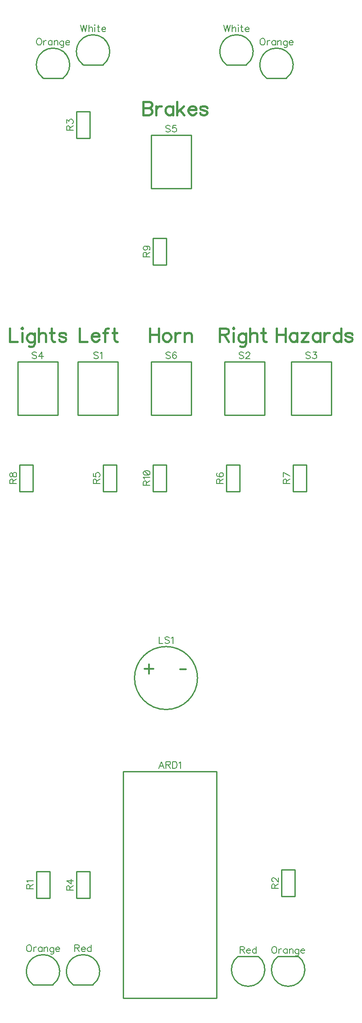
<source format=gbr>
G04 DipTrace 3.3.1.3*
G04 TopSilk.gbr*
%MOIN*%
G04 #@! TF.FileFunction,Legend,Top*
G04 #@! TF.Part,Single*
%ADD10C,0.009843*%
%ADD48C,0.00772*%
%ADD49C,0.015439*%
%ADD50C,0.012351*%
%FSLAX26Y26*%
G04*
G70*
G90*
G75*
G01*
G04 TopSilk*
%LPD*%
X1768700Y468760D2*
D10*
X2468700D1*
Y2168699D1*
X1768700D1*
Y468760D1*
X1243638Y568707D2*
X1093762D1*
X1243938Y568932D2*
G03X1093462Y568932I-75238J99796D01*
G01*
X1318638Y7368707D2*
X1168762D1*
X1318938Y7368932D2*
G03X1168462Y7368932I-75238J99796D01*
G01*
X2931262Y781193D2*
X3081138D1*
X2930962Y780968D2*
G03X3081438Y780968I75238J-99796D01*
G01*
X2993638Y7368707D2*
X2843762D1*
X2993938Y7368932D2*
G03X2843462Y7368932I-75238J99796D01*
G01*
X1618638Y7468707D2*
X1468762D1*
X1618938Y7468932D2*
G03X1468462Y7468932I-75238J99796D01*
G01*
X2693638Y7468707D2*
X2543762D1*
X2693938Y7468932D2*
G03X2543462Y7468932I-75238J99796D01*
G01*
X1543638Y568707D2*
X1393762D1*
X1543938Y568932D2*
G03X1393462Y568932I-75238J99796D01*
G01*
X2631262Y781193D2*
X2781138D1*
X2630962Y780968D2*
G03X2781438Y780968I75238J-99796D01*
G01*
X1854527Y2868700D2*
G02X1854527Y2868700I236220J0D01*
G01*
X1218700Y1418520D2*
Y1218880D1*
X1118700D2*
X1218700D1*
X1118700Y1418520D2*
Y1218880D1*
Y1418520D2*
X1218700D1*
X3056200Y1431020D2*
Y1231380D1*
X2956200D2*
X3056200D1*
X2956200Y1431020D2*
Y1231380D1*
Y1431020D2*
X3056200D1*
X1418700Y6918880D2*
Y7118520D1*
X1518700D2*
X1418700D1*
X1518700Y6918880D2*
Y7118520D1*
Y6918880D2*
X1418700D1*
X1518700Y1418520D2*
Y1218880D1*
X1418700D2*
X1518700D1*
X1418700Y1418520D2*
Y1218880D1*
Y1418520D2*
X1518700D1*
X1618700Y4268880D2*
Y4468520D1*
X1718700D2*
X1618700D1*
X1718700Y4268880D2*
Y4468520D1*
Y4268880D2*
X1618700D1*
X2543700D2*
Y4468520D1*
X2643700D2*
X2543700D1*
X2643700Y4268880D2*
Y4468520D1*
Y4268880D2*
X2543700D1*
X3043700D2*
Y4468520D1*
X3143700D2*
X3043700D1*
X3143700Y4268880D2*
Y4468520D1*
Y4268880D2*
X3043700D1*
X993700D2*
Y4468520D1*
X1093700D2*
X993700D1*
X1093700Y4268880D2*
Y4468520D1*
Y4268880D2*
X993700D1*
X1993700Y5968880D2*
Y6168520D1*
X2093700D2*
X1993700D1*
X2093700Y5968880D2*
Y6168520D1*
Y5968880D2*
X1993700D1*
Y4268880D2*
Y4468520D1*
X2093700D2*
X1993700D1*
X2093700Y4268880D2*
Y4468520D1*
Y4268880D2*
X1993700D1*
X1430100Y5240747D2*
X1730100D1*
Y4840747D1*
X1430100D1*
Y5240747D1*
X2530100D2*
X2830100D1*
Y4840747D1*
X2530100D1*
Y5240747D1*
X3030100D2*
X3330100D1*
Y4840747D1*
X3030100D1*
Y5240747D1*
X980100D2*
X1280100D1*
Y4840747D1*
X980100D1*
Y5240747D1*
X1980100Y6940747D2*
X2280100D1*
Y6540747D1*
X1980100D1*
Y6940747D1*
Y5240747D2*
X2280100D1*
Y4840747D1*
X1980100D1*
Y5240747D1*
X2075202Y2191682D2*
D48*
X2056023Y2241922D1*
X2036900Y2191682D1*
X2044085Y2208429D2*
X2068017D1*
X2090641Y2217991D2*
X2112141D1*
X2119326Y2220423D1*
X2121758Y2222799D1*
X2124135Y2227552D1*
Y2232361D1*
X2121758Y2237114D1*
X2119326Y2239546D1*
X2112141Y2241922D1*
X2090641D1*
Y2191682D1*
X2107388Y2217991D2*
X2124135Y2191682D1*
X2139574Y2241922D2*
Y2191682D1*
X2156320D1*
X2163505Y2194114D1*
X2168314Y2198867D1*
X2170691Y2203676D1*
X2173067Y2210806D1*
Y2222799D1*
X2170691Y2229984D1*
X2168314Y2234737D1*
X2163505Y2239546D1*
X2156320Y2241922D1*
X2139574D1*
X2188506Y2232306D2*
X2193315Y2234737D1*
X2200500Y2241867D1*
Y2191682D1*
X1059578Y866930D2*
X1054770Y864553D1*
X1050016Y859745D1*
X1047584Y854991D1*
X1045208Y847806D1*
Y835813D1*
X1047584Y828683D1*
X1050016Y823875D1*
X1054770Y819121D1*
X1059578Y816690D1*
X1069140D1*
X1073893Y819121D1*
X1078701Y823875D1*
X1081078Y828683D1*
X1083454Y835813D1*
Y847806D1*
X1081078Y854991D1*
X1078701Y859745D1*
X1073893Y864553D1*
X1069140Y866930D1*
X1059578D1*
X1098894Y850183D2*
Y816690D1*
Y835813D2*
X1101326Y842998D1*
X1106079Y847806D1*
X1110887Y850183D1*
X1118072D1*
X1162196D2*
Y816690D1*
Y842998D2*
X1157443Y847806D1*
X1152635Y850183D1*
X1145505D1*
X1140696Y847806D1*
X1135943Y842998D1*
X1133511Y835813D1*
Y831060D1*
X1135943Y823875D1*
X1140696Y819121D1*
X1145505Y816690D1*
X1152635D1*
X1157443Y819121D1*
X1162196Y823875D1*
X1177636Y850183D2*
Y816690D1*
Y840621D2*
X1184821Y847806D1*
X1189629Y850183D1*
X1196759D1*
X1201567Y847806D1*
X1203944Y840621D1*
Y816690D1*
X1248068Y847806D2*
Y809505D1*
X1245691Y802375D1*
X1243315Y799943D1*
X1238506Y797566D1*
X1231321D1*
X1226568Y799943D1*
X1248068Y840621D2*
X1243315Y845375D1*
X1238506Y847806D1*
X1231321D1*
X1226568Y845375D1*
X1221760Y840621D1*
X1219383Y833436D1*
Y828628D1*
X1221760Y821498D1*
X1226568Y816690D1*
X1231321Y814313D1*
X1238506D1*
X1243315Y816690D1*
X1248068Y821498D1*
X1263507Y835813D2*
X1292192D1*
Y840621D1*
X1289816Y845430D1*
X1287439Y847806D1*
X1282630Y850183D1*
X1275445D1*
X1270692Y847806D1*
X1265884Y842998D1*
X1263507Y835813D1*
Y831060D1*
X1265884Y823875D1*
X1270692Y819121D1*
X1275445Y816690D1*
X1282630D1*
X1287439Y819121D1*
X1292192Y823875D1*
X1134578Y7666930D2*
X1129770Y7664553D1*
X1125016Y7659745D1*
X1122584Y7654991D1*
X1120208Y7647806D1*
Y7635813D1*
X1122584Y7628683D1*
X1125016Y7623875D1*
X1129770Y7619121D1*
X1134578Y7616690D1*
X1144140D1*
X1148893Y7619121D1*
X1153701Y7623875D1*
X1156078Y7628683D1*
X1158454Y7635813D1*
Y7647806D1*
X1156078Y7654991D1*
X1153701Y7659745D1*
X1148893Y7664553D1*
X1144140Y7666930D1*
X1134578D1*
X1173894Y7650183D2*
Y7616690D1*
Y7635813D2*
X1176326Y7642998D1*
X1181079Y7647806D1*
X1185887Y7650183D1*
X1193072D1*
X1237196D2*
Y7616690D1*
Y7642998D2*
X1232443Y7647806D1*
X1227635Y7650183D1*
X1220505D1*
X1215696Y7647806D1*
X1210943Y7642998D1*
X1208511Y7635813D1*
Y7631060D1*
X1210943Y7623875D1*
X1215696Y7619121D1*
X1220505Y7616690D1*
X1227635D1*
X1232443Y7619121D1*
X1237196Y7623875D1*
X1252636Y7650183D2*
Y7616690D1*
Y7640621D2*
X1259821Y7647806D1*
X1264629Y7650183D1*
X1271759D1*
X1276567Y7647806D1*
X1278944Y7640621D1*
Y7616690D1*
X1323068Y7647806D2*
Y7609505D1*
X1320691Y7602375D1*
X1318315Y7599943D1*
X1313506Y7597566D1*
X1306321D1*
X1301568Y7599943D1*
X1323068Y7640621D2*
X1318315Y7645375D1*
X1313506Y7647806D1*
X1306321D1*
X1301568Y7645375D1*
X1296760Y7640621D1*
X1294383Y7633436D1*
Y7628628D1*
X1296760Y7621498D1*
X1301568Y7616690D1*
X1306321Y7614313D1*
X1313506D1*
X1318315Y7616690D1*
X1323068Y7621498D1*
X1338507Y7635813D2*
X1367192D1*
Y7640621D1*
X1364816Y7645430D1*
X1362439Y7647806D1*
X1357630Y7650183D1*
X1350445D1*
X1345692Y7647806D1*
X1340884Y7642998D1*
X1338507Y7635813D1*
Y7631060D1*
X1340884Y7623875D1*
X1345692Y7619121D1*
X1350445Y7616690D1*
X1357630D1*
X1362439Y7619121D1*
X1367192Y7623875D1*
X2897078Y854417D2*
X2892270Y852040D1*
X2887516Y847231D1*
X2885084Y842478D1*
X2882708Y835293D1*
Y823300D1*
X2885084Y816170D1*
X2887516Y811362D1*
X2892270Y806608D1*
X2897078Y804177D1*
X2906640D1*
X2911393Y806608D1*
X2916201Y811362D1*
X2918578Y816170D1*
X2920954Y823300D1*
Y835293D1*
X2918578Y842478D1*
X2916201Y847231D1*
X2911393Y852040D1*
X2906640Y854417D1*
X2897078D1*
X2936394Y837670D2*
Y804177D1*
Y823300D2*
X2938826Y830485D1*
X2943579Y835293D1*
X2948387Y837670D1*
X2955572D1*
X2999696D2*
Y804177D1*
Y830485D2*
X2994943Y835293D1*
X2990135Y837670D1*
X2983005D1*
X2978196Y835293D1*
X2973443Y830485D1*
X2971011Y823300D1*
Y818547D1*
X2973443Y811362D1*
X2978196Y806608D1*
X2983005Y804177D1*
X2990135D1*
X2994943Y806608D1*
X2999696Y811362D1*
X3015136Y837670D2*
Y804177D1*
Y828108D2*
X3022321Y835293D1*
X3027129Y837670D1*
X3034259D1*
X3039067Y835293D1*
X3041444Y828108D1*
Y804177D1*
X3085568Y835293D2*
Y796991D1*
X3083191Y789862D1*
X3080815Y787430D1*
X3076006Y785053D1*
X3068821D1*
X3064068Y787430D1*
X3085568Y828108D2*
X3080815Y832861D1*
X3076006Y835293D1*
X3068821D1*
X3064068Y832861D1*
X3059260Y828108D1*
X3056883Y820923D1*
Y816115D1*
X3059260Y808985D1*
X3064068Y804177D1*
X3068821Y801800D1*
X3076006D1*
X3080815Y804177D1*
X3085568Y808985D1*
X3101007Y823300D2*
X3129692D1*
Y828108D1*
X3127316Y832917D1*
X3124939Y835293D1*
X3120130Y837670D1*
X3112945D1*
X3108192Y835293D1*
X3103384Y830485D1*
X3101007Y823300D1*
Y818547D1*
X3103384Y811362D1*
X3108192Y806608D1*
X3112945Y804177D1*
X3120130D1*
X3124939Y806608D1*
X3129692Y811362D1*
X2809578Y7666930D2*
X2804770Y7664553D1*
X2800016Y7659745D1*
X2797584Y7654991D1*
X2795208Y7647806D1*
Y7635813D1*
X2797584Y7628683D1*
X2800016Y7623875D1*
X2804770Y7619121D1*
X2809578Y7616690D1*
X2819140D1*
X2823893Y7619121D1*
X2828701Y7623875D1*
X2831078Y7628683D1*
X2833454Y7635813D1*
Y7647806D1*
X2831078Y7654991D1*
X2828701Y7659745D1*
X2823893Y7664553D1*
X2819140Y7666930D1*
X2809578D1*
X2848894Y7650183D2*
Y7616690D1*
Y7635813D2*
X2851326Y7642998D1*
X2856079Y7647806D1*
X2860887Y7650183D1*
X2868072D1*
X2912196D2*
Y7616690D1*
Y7642998D2*
X2907443Y7647806D1*
X2902635Y7650183D1*
X2895505D1*
X2890696Y7647806D1*
X2885943Y7642998D1*
X2883511Y7635813D1*
Y7631060D1*
X2885943Y7623875D1*
X2890696Y7619121D1*
X2895505Y7616690D1*
X2902635D1*
X2907443Y7619121D1*
X2912196Y7623875D1*
X2927636Y7650183D2*
Y7616690D1*
Y7640621D2*
X2934821Y7647806D1*
X2939629Y7650183D1*
X2946759D1*
X2951567Y7647806D1*
X2953944Y7640621D1*
Y7616690D1*
X2998068Y7647806D2*
Y7609505D1*
X2995691Y7602375D1*
X2993315Y7599943D1*
X2988506Y7597566D1*
X2981321D1*
X2976568Y7599943D1*
X2998068Y7640621D2*
X2993315Y7645375D1*
X2988506Y7647806D1*
X2981321D1*
X2976568Y7645375D1*
X2971760Y7640621D1*
X2969383Y7633436D1*
Y7628628D1*
X2971760Y7621498D1*
X2976568Y7616690D1*
X2981321Y7614313D1*
X2988506D1*
X2993315Y7616690D1*
X2998068Y7621498D1*
X3013507Y7635813D2*
X3042192D1*
Y7640621D1*
X3039816Y7645430D1*
X3037439Y7647806D1*
X3032630Y7650183D1*
X3025445D1*
X3020692Y7647806D1*
X3015884Y7642998D1*
X3013507Y7635813D1*
Y7631060D1*
X3015884Y7623875D1*
X3020692Y7619121D1*
X3025445Y7616690D1*
X3032630D1*
X3037439Y7619121D1*
X3042192Y7623875D1*
X1449427Y7766930D2*
X1461421Y7716690D1*
X1473359Y7766930D1*
X1485297Y7716690D1*
X1497291Y7766930D1*
X1512730D2*
Y7716690D1*
Y7740621D2*
X1519915Y7747806D1*
X1524724Y7750183D1*
X1531909D1*
X1536662Y7747806D1*
X1539038Y7740621D1*
Y7716690D1*
X1554478Y7766930D2*
X1556854Y7764553D1*
X1559286Y7766930D1*
X1556854Y7769361D1*
X1554478Y7766930D1*
X1556854Y7750183D2*
Y7716690D1*
X1581910Y7766930D2*
Y7726251D1*
X1584287Y7719121D1*
X1589095Y7716690D1*
X1593849D1*
X1574725Y7750183D2*
X1591472D1*
X1609288Y7735813D2*
X1637973D1*
Y7740621D1*
X1635596Y7745430D1*
X1633219Y7747806D1*
X1628411Y7750183D1*
X1621226D1*
X1616473Y7747806D1*
X1611664Y7742998D1*
X1609288Y7735813D1*
Y7731060D1*
X1611664Y7723875D1*
X1616473Y7719121D1*
X1621226Y7716690D1*
X1628411D1*
X1633219Y7719121D1*
X1637973Y7723875D1*
X2524427Y7766930D2*
X2536421Y7716690D1*
X2548359Y7766930D1*
X2560297Y7716690D1*
X2572291Y7766930D1*
X2587730D2*
Y7716690D1*
Y7740621D2*
X2594915Y7747806D1*
X2599724Y7750183D1*
X2606909D1*
X2611662Y7747806D1*
X2614038Y7740621D1*
Y7716690D1*
X2629478Y7766930D2*
X2631854Y7764553D1*
X2634286Y7766930D1*
X2631854Y7769361D1*
X2629478Y7766930D1*
X2631854Y7750183D2*
Y7716690D1*
X2656910Y7766930D2*
Y7726251D1*
X2659287Y7719121D1*
X2664095Y7716690D1*
X2668849D1*
X2649725Y7750183D2*
X2666472D1*
X2684288Y7735813D2*
X2712973D1*
Y7740621D1*
X2710596Y7745430D1*
X2708219Y7747806D1*
X2703411Y7750183D1*
X2696226D1*
X2691473Y7747806D1*
X2686664Y7742998D1*
X2684288Y7735813D1*
Y7731060D1*
X2686664Y7723875D1*
X2691473Y7719121D1*
X2696226Y7716690D1*
X2703411D1*
X2708219Y7719121D1*
X2712973Y7723875D1*
X1407829Y842998D2*
X1429329D1*
X1436514Y845430D1*
X1438946Y847806D1*
X1441323Y852560D1*
Y857368D1*
X1438946Y862121D1*
X1436514Y864553D1*
X1429329Y866930D1*
X1407829D1*
Y816690D1*
X1424576Y842998D2*
X1441323Y816690D1*
X1456762Y835813D2*
X1485447D1*
Y840621D1*
X1483070Y845430D1*
X1480693Y847806D1*
X1475885Y850183D1*
X1468700D1*
X1463947Y847806D1*
X1459138Y842998D1*
X1456762Y835813D1*
Y831060D1*
X1459138Y823875D1*
X1463947Y819121D1*
X1468700Y816690D1*
X1475885D1*
X1480693Y819121D1*
X1485447Y823875D1*
X1529571Y866930D2*
Y816690D1*
Y842998D2*
X1524818Y847806D1*
X1520009Y850183D1*
X1512824D1*
X1508071Y847806D1*
X1503263Y842998D1*
X1500886Y835813D1*
Y831060D1*
X1503263Y823875D1*
X1508071Y819121D1*
X1512824Y816690D1*
X1520009D1*
X1524818Y819121D1*
X1529571Y823875D1*
X2645329Y830485D2*
X2666829D1*
X2674014Y832917D1*
X2676446Y835293D1*
X2678823Y840046D1*
Y844855D1*
X2676446Y849608D1*
X2674014Y852040D1*
X2666829Y854417D1*
X2645329D1*
Y804177D1*
X2662076Y830485D2*
X2678823Y804177D1*
X2694262Y823300D2*
X2722947D1*
Y828108D1*
X2720570Y832917D1*
X2718193Y835293D1*
X2713385Y837670D1*
X2706200D1*
X2701447Y835293D1*
X2696638Y830485D1*
X2694262Y823300D1*
Y818547D1*
X2696638Y811362D1*
X2701447Y806608D1*
X2706200Y804177D1*
X2713385D1*
X2718193Y806608D1*
X2722947Y811362D1*
X2767071Y854417D2*
Y804177D1*
Y830485D2*
X2762318Y835293D1*
X2757509Y837670D1*
X2750324D1*
X2745571Y835293D1*
X2740763Y830485D1*
X2738386Y823300D1*
Y818547D1*
X2740763Y811362D1*
X2745571Y806608D1*
X2750324Y804177D1*
X2757509D1*
X2762318Y806608D1*
X2767071Y811362D1*
X2038222Y3178144D2*
Y3127904D1*
X2066907D1*
X2115840Y3170959D2*
X2111086Y3175767D1*
X2103901Y3178144D1*
X2094340D1*
X2087155Y3175767D1*
X2082346Y3170959D1*
Y3166205D1*
X2084778Y3161397D1*
X2087155Y3159020D1*
X2091908Y3156644D1*
X2106278Y3151835D1*
X2111086Y3149459D1*
X2113463Y3147027D1*
X2115840Y3142274D1*
Y3135089D1*
X2111086Y3130335D1*
X2103901Y3127904D1*
X2094340D1*
X2087155Y3130335D1*
X2082346Y3135089D1*
X2131279Y3168527D2*
X2136087Y3170959D1*
X2143272Y3178088D1*
Y3127904D1*
X1069409Y1288237D2*
Y1309737D1*
X1066977Y1316922D1*
X1064600Y1319354D1*
X1059847Y1321730D1*
X1055039D1*
X1050285Y1319354D1*
X1047854Y1316922D1*
X1045477Y1309737D1*
Y1288237D1*
X1095717D1*
X1069409Y1304984D2*
X1095717Y1321730D1*
X1055094Y1337170D2*
X1052662Y1341978D1*
X1045532Y1349163D1*
X1095717D1*
X2906909Y1289987D2*
Y1311487D1*
X2904477Y1318672D1*
X2902100Y1321104D1*
X2897347Y1323480D1*
X2892539D1*
X2887785Y1321104D1*
X2885354Y1318672D1*
X2882977Y1311487D1*
Y1289987D1*
X2933217D1*
X2906909Y1306734D2*
X2933217Y1323480D1*
X2894970Y1341352D2*
X2892594D1*
X2887785Y1343728D1*
X2885409Y1346105D1*
X2883032Y1350913D1*
Y1360475D1*
X2885409Y1365228D1*
X2887785Y1367605D1*
X2892594Y1370036D1*
X2897347D1*
X2902156Y1367605D1*
X2909285Y1362851D1*
X2933217Y1338920D1*
Y1372413D1*
X1369409Y6977487D2*
Y6998987D1*
X1366977Y7006172D1*
X1364600Y7008604D1*
X1359847Y7010980D1*
X1355039D1*
X1350285Y7008604D1*
X1347854Y7006172D1*
X1345477Y6998987D1*
Y6977487D1*
X1395717D1*
X1369409Y6994234D2*
X1395717Y7010980D1*
X1345532Y7031228D2*
Y7057481D1*
X1364656Y7043166D1*
Y7050351D1*
X1367032Y7055105D1*
X1369409Y7057481D1*
X1376594Y7059913D1*
X1381347D1*
X1388532Y7057481D1*
X1393340Y7052728D1*
X1395717Y7045543D1*
Y7038358D1*
X1393340Y7031228D1*
X1390909Y7028852D1*
X1386155Y7026420D1*
X1369409Y1276299D2*
Y1297799D1*
X1366977Y1304984D1*
X1364600Y1307416D1*
X1359847Y1309792D1*
X1355039D1*
X1350285Y1307416D1*
X1347854Y1304984D1*
X1345477Y1297799D1*
Y1276299D1*
X1395717D1*
X1369409Y1293046D2*
X1395717Y1309792D1*
Y1349163D2*
X1345532D1*
X1378970Y1325231D1*
Y1361101D1*
X1569409Y4327487D2*
Y4348987D1*
X1566977Y4356172D1*
X1564600Y4358604D1*
X1559847Y4360980D1*
X1555039D1*
X1550285Y4358604D1*
X1547854Y4356172D1*
X1545477Y4348987D1*
Y4327487D1*
X1595717D1*
X1569409Y4344234D2*
X1595717Y4360980D1*
X1545532Y4405105D2*
Y4381228D1*
X1567032Y4378852D1*
X1564656Y4381228D1*
X1562224Y4388413D1*
Y4395543D1*
X1564656Y4402728D1*
X1569409Y4407536D1*
X1576594Y4409913D1*
X1581347D1*
X1588532Y4407536D1*
X1593340Y4402728D1*
X1595717Y4395543D1*
Y4388413D1*
X1593340Y4381228D1*
X1590909Y4378852D1*
X1586155Y4376420D1*
X2494409Y4328703D2*
Y4350203D1*
X2491977Y4357388D1*
X2489600Y4359820D1*
X2484847Y4362196D1*
X2480039D1*
X2475285Y4359820D1*
X2472854Y4357388D1*
X2470477Y4350203D1*
Y4328703D1*
X2520717D1*
X2494409Y4345450D2*
X2520717Y4362196D1*
X2477662Y4406320D2*
X2472909Y4403944D1*
X2470532Y4396759D1*
Y4392006D1*
X2472909Y4384821D1*
X2480094Y4380012D1*
X2492032Y4377636D1*
X2503970D1*
X2513532Y4380012D1*
X2518340Y4384821D1*
X2520717Y4392006D1*
Y4394382D1*
X2518340Y4401512D1*
X2513532Y4406320D1*
X2506347Y4408697D1*
X2503970D1*
X2496785Y4406320D1*
X2492032Y4401512D1*
X2489656Y4394382D1*
Y4392006D1*
X2492032Y4384821D1*
X2496785Y4380012D1*
X2503970Y4377636D1*
X2994409Y4327487D2*
Y4348987D1*
X2991977Y4356172D1*
X2989600Y4358604D1*
X2984847Y4360980D1*
X2980039D1*
X2975285Y4358604D1*
X2972854Y4356172D1*
X2970477Y4348987D1*
Y4327487D1*
X3020717D1*
X2994409Y4344234D2*
X3020717Y4360980D1*
Y4385981D2*
X2970532Y4409913D1*
Y4376420D1*
X944409Y4327515D2*
Y4349015D1*
X941977Y4356200D1*
X939600Y4358632D1*
X934847Y4361008D1*
X930039D1*
X925285Y4358632D1*
X922854Y4356200D1*
X920477Y4349015D1*
Y4327515D1*
X970717D1*
X944409Y4344261D2*
X970717Y4361008D1*
X920532Y4388386D2*
X922909Y4381256D1*
X927662Y4378824D1*
X932470D1*
X937224Y4381256D1*
X939656Y4386009D1*
X942032Y4395571D1*
X944409Y4402756D1*
X949217Y4407509D1*
X953970Y4409885D1*
X961155D1*
X965909Y4407509D1*
X968340Y4405132D1*
X970717Y4397947D1*
Y4388385D1*
X968340Y4381256D1*
X965909Y4378824D1*
X961155Y4376447D1*
X953970D1*
X949217Y4378824D1*
X944409Y4383632D1*
X942032Y4390762D1*
X939656Y4400324D1*
X937224Y4405132D1*
X932470Y4407509D1*
X927662D1*
X922909Y4405132D1*
X920532Y4397947D1*
Y4388386D1*
X1944409Y6028675D2*
Y6050175D1*
X1941977Y6057360D1*
X1939600Y6059792D1*
X1934847Y6062169D1*
X1930039D1*
X1925285Y6059792D1*
X1922854Y6057360D1*
X1920477Y6050175D1*
Y6028675D1*
X1970717D1*
X1944409Y6045422D2*
X1970717Y6062169D1*
X1937224Y6108725D2*
X1944409Y6106293D1*
X1949217Y6101540D1*
X1951594Y6094355D1*
Y6091978D1*
X1949217Y6084793D1*
X1944409Y6080040D1*
X1937224Y6077608D1*
X1934847D1*
X1927662Y6080040D1*
X1922909Y6084793D1*
X1920532Y6091978D1*
Y6094355D1*
X1922909Y6101540D1*
X1927662Y6106293D1*
X1937224Y6108725D1*
X1949217D1*
X1961155Y6106293D1*
X1968340Y6101540D1*
X1970717Y6094355D1*
Y6089601D1*
X1968340Y6082416D1*
X1963532Y6080040D1*
X1944409Y4313771D2*
Y4335271D1*
X1941977Y4342456D1*
X1939600Y4344888D1*
X1934847Y4347264D1*
X1930039D1*
X1925285Y4344888D1*
X1922854Y4342456D1*
X1920477Y4335271D1*
Y4313771D1*
X1970717D1*
X1944409Y4330517D2*
X1970717Y4347264D1*
X1930094Y4362703D2*
X1927662Y4367512D1*
X1920532Y4374697D1*
X1970717D1*
X1920532Y4404506D2*
X1922909Y4397321D1*
X1930094Y4392513D1*
X1942032Y4390136D1*
X1949217D1*
X1961155Y4392513D1*
X1968340Y4397321D1*
X1970717Y4404506D1*
Y4409259D1*
X1968340Y4416444D1*
X1961155Y4421197D1*
X1949217Y4423629D1*
X1942032D1*
X1930094Y4421197D1*
X1922909Y4416444D1*
X1920532Y4409259D1*
Y4404506D1*
X1930094Y4421197D2*
X1961155Y4392513D1*
X1583131Y5306785D2*
X1578377Y5311594D1*
X1571192Y5313970D1*
X1561631D1*
X1554446Y5311594D1*
X1549637Y5306785D1*
Y5302032D1*
X1552069Y5297224D1*
X1554446Y5294847D1*
X1559199Y5292470D1*
X1573569Y5287662D1*
X1578377Y5285285D1*
X1580754Y5282854D1*
X1583131Y5278100D1*
Y5270915D1*
X1578377Y5266162D1*
X1571192Y5263730D1*
X1561631D1*
X1554446Y5266162D1*
X1549637Y5270915D1*
X1598570Y5304353D2*
X1603378Y5306785D1*
X1610563Y5313915D1*
Y5263730D1*
X2672381Y5306785D2*
X2667627Y5311594D1*
X2660442Y5313970D1*
X2650881D1*
X2643696Y5311594D1*
X2638887Y5306785D1*
Y5302032D1*
X2641319Y5297224D1*
X2643696Y5294847D1*
X2648449Y5292470D1*
X2662819Y5287662D1*
X2667627Y5285285D1*
X2670004Y5282854D1*
X2672381Y5278100D1*
Y5270915D1*
X2667627Y5266162D1*
X2660442Y5263730D1*
X2650881D1*
X2643696Y5266162D1*
X2638887Y5270915D1*
X2690252Y5301977D2*
Y5304353D1*
X2692628Y5309162D1*
X2695005Y5311538D1*
X2699813Y5313915D1*
X2709375D1*
X2714128Y5311538D1*
X2716505Y5309162D1*
X2718937Y5304353D1*
Y5299600D1*
X2716505Y5294792D1*
X2711752Y5287662D1*
X2687820Y5263730D1*
X2721313D1*
X3172381Y5306785D2*
X3167627Y5311594D1*
X3160442Y5313970D1*
X3150881D1*
X3143696Y5311594D1*
X3138887Y5306785D1*
Y5302032D1*
X3141319Y5297224D1*
X3143696Y5294847D1*
X3148449Y5292470D1*
X3162819Y5287662D1*
X3167627Y5285285D1*
X3170004Y5282854D1*
X3172381Y5278100D1*
Y5270915D1*
X3167627Y5266162D1*
X3160442Y5263730D1*
X3150881D1*
X3143696Y5266162D1*
X3138887Y5270915D1*
X3192628Y5313915D2*
X3218881D1*
X3204567Y5294792D1*
X3211752D1*
X3216505Y5292415D1*
X3218881Y5290039D1*
X3221313Y5282854D1*
Y5278100D1*
X3218881Y5270915D1*
X3214128Y5266107D1*
X3206943Y5263730D1*
X3199758D1*
X3192628Y5266107D1*
X3190252Y5268539D1*
X3187820Y5273292D1*
X1121192Y5306785D2*
X1116439Y5311594D1*
X1109254Y5313970D1*
X1099692D1*
X1092507Y5311594D1*
X1087699Y5306785D1*
Y5302032D1*
X1090131Y5297224D1*
X1092507Y5294847D1*
X1097261Y5292470D1*
X1111631Y5287662D1*
X1116439Y5285285D1*
X1118816Y5282854D1*
X1121192Y5278100D1*
Y5270915D1*
X1116439Y5266162D1*
X1109254Y5263730D1*
X1099692D1*
X1092507Y5266162D1*
X1087699Y5270915D1*
X1160563Y5263730D2*
Y5313915D1*
X1136632Y5280477D1*
X1172502D1*
X2122381Y7006785D2*
X2117627Y7011594D1*
X2110442Y7013970D1*
X2100881D1*
X2093696Y7011594D1*
X2088887Y7006785D1*
Y7002032D1*
X2091319Y6997224D1*
X2093696Y6994847D1*
X2098449Y6992470D1*
X2112819Y6987662D1*
X2117627Y6985285D1*
X2120004Y6982854D1*
X2122381Y6978100D1*
Y6970915D1*
X2117627Y6966162D1*
X2110442Y6963730D1*
X2100881D1*
X2093696Y6966162D1*
X2088887Y6970915D1*
X2166505Y7013915D2*
X2142628D1*
X2140252Y6992415D1*
X2142628Y6994792D1*
X2149813Y6997224D1*
X2156943D1*
X2164128Y6994792D1*
X2168937Y6990039D1*
X2171313Y6982854D1*
Y6978100D1*
X2168937Y6970915D1*
X2164128Y6966107D1*
X2156943Y6963730D1*
X2149813D1*
X2142628Y6966107D1*
X2140252Y6968539D1*
X2137820Y6973292D1*
X2123597Y5306785D2*
X2118843Y5311594D1*
X2111658Y5313970D1*
X2102097D1*
X2094912Y5311594D1*
X2090103Y5306785D1*
Y5302032D1*
X2092535Y5297224D1*
X2094912Y5294847D1*
X2099665Y5292470D1*
X2114035Y5287662D1*
X2118843Y5285285D1*
X2121220Y5282854D1*
X2123597Y5278100D1*
Y5270915D1*
X2118843Y5266162D1*
X2111658Y5263730D1*
X2102097D1*
X2094912Y5266162D1*
X2090103Y5270915D1*
X2167721Y5306785D2*
X2165344Y5311538D1*
X2158159Y5313915D1*
X2153406D1*
X2146221Y5311538D1*
X2141412Y5304353D1*
X2139036Y5292415D1*
Y5280477D1*
X2141412Y5270915D1*
X2146221Y5266107D1*
X2153406Y5263730D1*
X2155782D1*
X2162912Y5266107D1*
X2167721Y5270915D1*
X2170097Y5278100D1*
Y5280477D1*
X2167721Y5287662D1*
X2162912Y5292415D1*
X2155782Y5294792D1*
X2153406D1*
X2146221Y5292415D1*
X2141412Y5287662D1*
X2139036Y5280477D1*
X918700Y5492502D2*
D49*
Y5392022D1*
X976070D1*
X1006949Y5492502D2*
X1011702Y5487749D1*
X1016566Y5492502D1*
X1011702Y5497365D1*
X1006949Y5492502D1*
X1011702Y5459008D2*
Y5392022D1*
X1104814Y5454255D2*
Y5377652D1*
X1100061Y5363392D1*
X1095308Y5358528D1*
X1085691Y5353775D1*
X1071321D1*
X1061814Y5358528D1*
X1104814Y5439885D2*
X1095308Y5449392D1*
X1085691Y5454255D1*
X1071321D1*
X1061814Y5449392D1*
X1052197Y5439885D1*
X1047444Y5425515D1*
Y5415898D1*
X1052197Y5401639D1*
X1061814Y5392022D1*
X1071321Y5387269D1*
X1085691D1*
X1095308Y5392022D1*
X1104814Y5401639D1*
X1135692Y5492502D2*
Y5392022D1*
Y5439885D2*
X1150062Y5454255D1*
X1159679Y5459008D1*
X1174049D1*
X1183556Y5454255D1*
X1188309Y5439885D1*
Y5392022D1*
X1233558Y5492502D2*
Y5411145D1*
X1238311Y5396885D1*
X1247928Y5392022D1*
X1257434D1*
X1219187Y5459008D2*
X1252681D1*
X1340929Y5444638D2*
X1336176Y5454255D1*
X1321806Y5459008D1*
X1307436D1*
X1293066Y5454255D1*
X1288312Y5444638D1*
X1293066Y5435132D1*
X1302683Y5430268D1*
X1326559Y5425515D1*
X1336176Y5420762D1*
X1340929Y5411145D1*
Y5406392D1*
X1336176Y5396885D1*
X1321806Y5392022D1*
X1307436D1*
X1293066Y5396885D1*
X1288312Y5406392D1*
X2918700Y5492502D2*
Y5392022D1*
X2985687Y5492502D2*
Y5392022D1*
X2918700Y5444638D2*
X2985687D1*
X3073935Y5459008D2*
Y5392022D1*
Y5444638D2*
X3064429Y5454255D1*
X3054812Y5459008D1*
X3040553D1*
X3030936Y5454255D1*
X3021429Y5444638D1*
X3016566Y5430268D1*
Y5420762D1*
X3021429Y5406392D1*
X3030936Y5396885D1*
X3040553Y5392022D1*
X3054812D1*
X3064429Y5396885D1*
X3073935Y5406392D1*
X3104814Y5459008D2*
X3157430D1*
X3104814Y5392022D1*
X3157430D1*
X3245679Y5459008D2*
Y5392022D1*
Y5444638D2*
X3236172Y5454255D1*
X3226556Y5459008D1*
X3212296D1*
X3202679Y5454255D1*
X3193173Y5444638D1*
X3188309Y5430268D1*
Y5420762D1*
X3193173Y5406392D1*
X3202679Y5396885D1*
X3212296Y5392022D1*
X3226556D1*
X3236172Y5396885D1*
X3245679Y5406392D1*
X3276557Y5459008D2*
Y5392022D1*
Y5430268D2*
X3281421Y5444638D1*
X3290927Y5454255D1*
X3300544Y5459008D1*
X3314914D1*
X3403163Y5492502D2*
Y5392022D1*
Y5444638D2*
X3393656Y5454255D1*
X3384039Y5459008D1*
X3369669D1*
X3360163Y5454255D1*
X3350546Y5444638D1*
X3345793Y5430268D1*
Y5420762D1*
X3350546Y5406392D1*
X3360163Y5396885D1*
X3369669Y5392022D1*
X3384039D1*
X3393656Y5396885D1*
X3403163Y5406392D1*
X3486658Y5444638D2*
X3481904Y5454255D1*
X3467534Y5459008D1*
X3453164D1*
X3438794Y5454255D1*
X3434041Y5444638D1*
X3438794Y5435132D1*
X3448411Y5430268D1*
X3472288Y5425515D1*
X3481904Y5420762D1*
X3486658Y5411145D1*
Y5406392D1*
X3481904Y5396885D1*
X3467534Y5392022D1*
X3453164D1*
X3438794Y5396885D1*
X3434041Y5406392D1*
X2493700Y5444638D2*
X2536700D1*
X2551070Y5449502D1*
X2555934Y5454255D1*
X2560687Y5463762D1*
Y5473379D1*
X2555934Y5482885D1*
X2551070Y5487749D1*
X2536700Y5492502D1*
X2493700D1*
Y5392022D1*
X2527194Y5444638D2*
X2560687Y5392022D1*
X2591566Y5492502D2*
X2596319Y5487749D1*
X2601183Y5492502D1*
X2596319Y5497365D1*
X2591566Y5492502D1*
X2596319Y5459008D2*
Y5392022D1*
X2689431Y5454255D2*
Y5377652D1*
X2684678Y5363392D1*
X2679924Y5358528D1*
X2670308Y5353775D1*
X2655937D1*
X2646431Y5358528D1*
X2689431Y5439885D2*
X2679924Y5449392D1*
X2670308Y5454255D1*
X2655937D1*
X2646431Y5449392D1*
X2636814Y5439885D1*
X2632061Y5425515D1*
Y5415898D1*
X2636814Y5401639D1*
X2646431Y5392022D1*
X2655937Y5387269D1*
X2670308D1*
X2679924Y5392022D1*
X2689431Y5401639D1*
X2720309Y5492502D2*
Y5392022D1*
Y5439885D2*
X2734679Y5454255D1*
X2744296Y5459008D1*
X2758666D1*
X2768173Y5454255D1*
X2772926Y5439885D1*
Y5392022D1*
X2818174Y5492502D2*
Y5411145D1*
X2822928Y5396885D1*
X2832545Y5392022D1*
X2842051D1*
X2803804Y5459008D2*
X2837298D1*
X1443700Y5492502D2*
Y5392022D1*
X1501070D1*
X1531949Y5430268D2*
X1589319D1*
Y5439885D1*
X1584565Y5449502D1*
X1579812Y5454255D1*
X1570195Y5459008D1*
X1555825D1*
X1546319Y5454255D1*
X1536702Y5444638D1*
X1531949Y5430268D1*
Y5420762D1*
X1536702Y5406392D1*
X1546319Y5396885D1*
X1555825Y5392022D1*
X1570195D1*
X1579812Y5396885D1*
X1589319Y5406392D1*
X1658444Y5492502D2*
X1648937D1*
X1639320Y5487749D1*
X1634567Y5473379D1*
Y5392022D1*
X1620197Y5459008D2*
X1653690D1*
X1703692Y5492502D2*
Y5411145D1*
X1708445Y5396885D1*
X1718062Y5392022D1*
X1727569D1*
X1689322Y5459008D2*
X1722815D1*
X1968700Y5492502D2*
Y5392022D1*
X2035687Y5492502D2*
Y5392022D1*
X1968700Y5444638D2*
X2035687D1*
X2090442Y5459008D2*
X2080936Y5454255D1*
X2071319Y5444638D1*
X2066566Y5430268D1*
Y5420762D1*
X2071319Y5406392D1*
X2080936Y5396885D1*
X2090442Y5392022D1*
X2104812D1*
X2114429Y5396885D1*
X2123935Y5406392D1*
X2128799Y5420762D1*
Y5430268D1*
X2123935Y5444638D1*
X2114429Y5454255D1*
X2104812Y5459008D1*
X2090442D1*
X2159678D2*
Y5392022D1*
Y5430268D2*
X2164541Y5444638D1*
X2174048Y5454255D1*
X2183665Y5459008D1*
X2198035D1*
X2228913D2*
Y5392022D1*
Y5439885D2*
X2243283Y5454255D1*
X2252900Y5459008D1*
X2267160D1*
X2276777Y5454255D1*
X2281530Y5439885D1*
Y5392022D1*
X1918700Y7192502D2*
Y7092022D1*
X1961811D1*
X1976181Y7096885D1*
X1980934Y7101639D1*
X1985687Y7111145D1*
Y7125515D1*
X1980934Y7135132D1*
X1976181Y7139885D1*
X1961811Y7144638D1*
X1976181Y7149502D1*
X1980934Y7154255D1*
X1985687Y7163762D1*
Y7173379D1*
X1980934Y7182885D1*
X1976181Y7187749D1*
X1961811Y7192502D1*
X1918700D1*
Y7144638D2*
X1961811D1*
X2016566Y7159008D2*
Y7092022D1*
Y7130268D2*
X2021429Y7144638D1*
X2030936Y7154255D1*
X2040553Y7159008D1*
X2054923D1*
X2143171D2*
Y7092022D1*
Y7144638D2*
X2133665Y7154255D1*
X2124048Y7159008D1*
X2109788D1*
X2100171Y7154255D1*
X2090665Y7144638D1*
X2085801Y7130268D1*
Y7120762D1*
X2090665Y7106392D1*
X2100171Y7096885D1*
X2109788Y7092022D1*
X2124048D1*
X2133665Y7096885D1*
X2143171Y7106392D1*
X2174049Y7192502D2*
Y7092022D1*
X2221913Y7159008D2*
X2174049Y7111145D1*
X2193173Y7130268D2*
X2226666Y7092022D1*
X2257545Y7130268D2*
X2314914D1*
Y7139885D1*
X2310161Y7149502D1*
X2305408Y7154255D1*
X2295791Y7159008D1*
X2281421D1*
X2271915Y7154255D1*
X2262298Y7144638D1*
X2257545Y7130268D1*
Y7120762D1*
X2262298Y7106392D1*
X2271915Y7096885D1*
X2281421Y7092022D1*
X2295791D1*
X2305408Y7096885D1*
X2314914Y7106392D1*
X2398409Y7144638D2*
X2393656Y7154255D1*
X2379286Y7159008D1*
X2364916D1*
X2350546Y7154255D1*
X2345793Y7144638D1*
X2350546Y7135132D1*
X2360163Y7130268D1*
X2384039Y7125515D1*
X2393656Y7120762D1*
X2398409Y7111145D1*
Y7106392D1*
X2393656Y7096885D1*
X2379286Y7092022D1*
X2364916D1*
X2350546Y7096885D1*
X2345793Y7106392D1*
X2240808Y2936070D2*
D50*
X2196592D1*
X1962676Y2901626D2*
Y2970514D1*
X1997075Y2936114D2*
X1928187D1*
M02*

</source>
